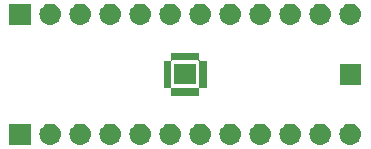
<source format=gts>
G04 #@! TF.GenerationSoftware,KiCad,Pcbnew,(5.1.4-6-g300381ba4)-1*
G04 #@! TF.CreationDate,2019-11-22T10:46:46+00:00*
G04 #@! TF.ProjectId,qfn-24-breakout,71666e2d-3234-42d6-9272-65616b6f7574,rev?*
G04 #@! TF.SameCoordinates,Original*
G04 #@! TF.FileFunction,Soldermask,Top*
G04 #@! TF.FilePolarity,Negative*
%FSLAX46Y46*%
G04 Gerber Fmt 4.6, Leading zero omitted, Abs format (unit mm)*
G04 Created by KiCad (PCBNEW (5.1.4-6-g300381ba4)-1) date 2019-11-22 10:46:46*
%MOMM*%
%LPD*%
G04 APERTURE LIST*
%ADD10C,0.100000*%
G04 APERTURE END LIST*
D10*
G36*
X178701000Y-79641000D02*
G01*
X176899000Y-79641000D01*
X176899000Y-77839000D01*
X178701000Y-77839000D01*
X178701000Y-79641000D01*
X178701000Y-79641000D01*
G37*
G36*
X180450443Y-77845519D02*
G01*
X180516627Y-77852037D01*
X180686466Y-77903557D01*
X180842991Y-77987222D01*
X180878729Y-78016552D01*
X180980186Y-78099814D01*
X181063448Y-78201271D01*
X181092778Y-78237009D01*
X181176443Y-78393534D01*
X181227963Y-78563373D01*
X181245359Y-78740000D01*
X181227963Y-78916627D01*
X181176443Y-79086466D01*
X181092778Y-79242991D01*
X181063448Y-79278729D01*
X180980186Y-79380186D01*
X180878729Y-79463448D01*
X180842991Y-79492778D01*
X180686466Y-79576443D01*
X180516627Y-79627963D01*
X180450442Y-79634482D01*
X180384260Y-79641000D01*
X180295740Y-79641000D01*
X180229558Y-79634482D01*
X180163373Y-79627963D01*
X179993534Y-79576443D01*
X179837009Y-79492778D01*
X179801271Y-79463448D01*
X179699814Y-79380186D01*
X179616552Y-79278729D01*
X179587222Y-79242991D01*
X179503557Y-79086466D01*
X179452037Y-78916627D01*
X179434641Y-78740000D01*
X179452037Y-78563373D01*
X179503557Y-78393534D01*
X179587222Y-78237009D01*
X179616552Y-78201271D01*
X179699814Y-78099814D01*
X179801271Y-78016552D01*
X179837009Y-77987222D01*
X179993534Y-77903557D01*
X180163373Y-77852037D01*
X180229557Y-77845519D01*
X180295740Y-77839000D01*
X180384260Y-77839000D01*
X180450443Y-77845519D01*
X180450443Y-77845519D01*
G37*
G36*
X182990443Y-77845519D02*
G01*
X183056627Y-77852037D01*
X183226466Y-77903557D01*
X183382991Y-77987222D01*
X183418729Y-78016552D01*
X183520186Y-78099814D01*
X183603448Y-78201271D01*
X183632778Y-78237009D01*
X183716443Y-78393534D01*
X183767963Y-78563373D01*
X183785359Y-78740000D01*
X183767963Y-78916627D01*
X183716443Y-79086466D01*
X183632778Y-79242991D01*
X183603448Y-79278729D01*
X183520186Y-79380186D01*
X183418729Y-79463448D01*
X183382991Y-79492778D01*
X183226466Y-79576443D01*
X183056627Y-79627963D01*
X182990442Y-79634482D01*
X182924260Y-79641000D01*
X182835740Y-79641000D01*
X182769558Y-79634482D01*
X182703373Y-79627963D01*
X182533534Y-79576443D01*
X182377009Y-79492778D01*
X182341271Y-79463448D01*
X182239814Y-79380186D01*
X182156552Y-79278729D01*
X182127222Y-79242991D01*
X182043557Y-79086466D01*
X181992037Y-78916627D01*
X181974641Y-78740000D01*
X181992037Y-78563373D01*
X182043557Y-78393534D01*
X182127222Y-78237009D01*
X182156552Y-78201271D01*
X182239814Y-78099814D01*
X182341271Y-78016552D01*
X182377009Y-77987222D01*
X182533534Y-77903557D01*
X182703373Y-77852037D01*
X182769557Y-77845519D01*
X182835740Y-77839000D01*
X182924260Y-77839000D01*
X182990443Y-77845519D01*
X182990443Y-77845519D01*
G37*
G36*
X185530443Y-77845519D02*
G01*
X185596627Y-77852037D01*
X185766466Y-77903557D01*
X185922991Y-77987222D01*
X185958729Y-78016552D01*
X186060186Y-78099814D01*
X186143448Y-78201271D01*
X186172778Y-78237009D01*
X186256443Y-78393534D01*
X186307963Y-78563373D01*
X186325359Y-78740000D01*
X186307963Y-78916627D01*
X186256443Y-79086466D01*
X186172778Y-79242991D01*
X186143448Y-79278729D01*
X186060186Y-79380186D01*
X185958729Y-79463448D01*
X185922991Y-79492778D01*
X185766466Y-79576443D01*
X185596627Y-79627963D01*
X185530442Y-79634482D01*
X185464260Y-79641000D01*
X185375740Y-79641000D01*
X185309558Y-79634482D01*
X185243373Y-79627963D01*
X185073534Y-79576443D01*
X184917009Y-79492778D01*
X184881271Y-79463448D01*
X184779814Y-79380186D01*
X184696552Y-79278729D01*
X184667222Y-79242991D01*
X184583557Y-79086466D01*
X184532037Y-78916627D01*
X184514641Y-78740000D01*
X184532037Y-78563373D01*
X184583557Y-78393534D01*
X184667222Y-78237009D01*
X184696552Y-78201271D01*
X184779814Y-78099814D01*
X184881271Y-78016552D01*
X184917009Y-77987222D01*
X185073534Y-77903557D01*
X185243373Y-77852037D01*
X185309557Y-77845519D01*
X185375740Y-77839000D01*
X185464260Y-77839000D01*
X185530443Y-77845519D01*
X185530443Y-77845519D01*
G37*
G36*
X188070443Y-77845519D02*
G01*
X188136627Y-77852037D01*
X188306466Y-77903557D01*
X188462991Y-77987222D01*
X188498729Y-78016552D01*
X188600186Y-78099814D01*
X188683448Y-78201271D01*
X188712778Y-78237009D01*
X188796443Y-78393534D01*
X188847963Y-78563373D01*
X188865359Y-78740000D01*
X188847963Y-78916627D01*
X188796443Y-79086466D01*
X188712778Y-79242991D01*
X188683448Y-79278729D01*
X188600186Y-79380186D01*
X188498729Y-79463448D01*
X188462991Y-79492778D01*
X188306466Y-79576443D01*
X188136627Y-79627963D01*
X188070442Y-79634482D01*
X188004260Y-79641000D01*
X187915740Y-79641000D01*
X187849558Y-79634482D01*
X187783373Y-79627963D01*
X187613534Y-79576443D01*
X187457009Y-79492778D01*
X187421271Y-79463448D01*
X187319814Y-79380186D01*
X187236552Y-79278729D01*
X187207222Y-79242991D01*
X187123557Y-79086466D01*
X187072037Y-78916627D01*
X187054641Y-78740000D01*
X187072037Y-78563373D01*
X187123557Y-78393534D01*
X187207222Y-78237009D01*
X187236552Y-78201271D01*
X187319814Y-78099814D01*
X187421271Y-78016552D01*
X187457009Y-77987222D01*
X187613534Y-77903557D01*
X187783373Y-77852037D01*
X187849557Y-77845519D01*
X187915740Y-77839000D01*
X188004260Y-77839000D01*
X188070443Y-77845519D01*
X188070443Y-77845519D01*
G37*
G36*
X190610443Y-77845519D02*
G01*
X190676627Y-77852037D01*
X190846466Y-77903557D01*
X191002991Y-77987222D01*
X191038729Y-78016552D01*
X191140186Y-78099814D01*
X191223448Y-78201271D01*
X191252778Y-78237009D01*
X191336443Y-78393534D01*
X191387963Y-78563373D01*
X191405359Y-78740000D01*
X191387963Y-78916627D01*
X191336443Y-79086466D01*
X191252778Y-79242991D01*
X191223448Y-79278729D01*
X191140186Y-79380186D01*
X191038729Y-79463448D01*
X191002991Y-79492778D01*
X190846466Y-79576443D01*
X190676627Y-79627963D01*
X190610442Y-79634482D01*
X190544260Y-79641000D01*
X190455740Y-79641000D01*
X190389558Y-79634482D01*
X190323373Y-79627963D01*
X190153534Y-79576443D01*
X189997009Y-79492778D01*
X189961271Y-79463448D01*
X189859814Y-79380186D01*
X189776552Y-79278729D01*
X189747222Y-79242991D01*
X189663557Y-79086466D01*
X189612037Y-78916627D01*
X189594641Y-78740000D01*
X189612037Y-78563373D01*
X189663557Y-78393534D01*
X189747222Y-78237009D01*
X189776552Y-78201271D01*
X189859814Y-78099814D01*
X189961271Y-78016552D01*
X189997009Y-77987222D01*
X190153534Y-77903557D01*
X190323373Y-77852037D01*
X190389557Y-77845519D01*
X190455740Y-77839000D01*
X190544260Y-77839000D01*
X190610443Y-77845519D01*
X190610443Y-77845519D01*
G37*
G36*
X193150443Y-77845519D02*
G01*
X193216627Y-77852037D01*
X193386466Y-77903557D01*
X193542991Y-77987222D01*
X193578729Y-78016552D01*
X193680186Y-78099814D01*
X193763448Y-78201271D01*
X193792778Y-78237009D01*
X193876443Y-78393534D01*
X193927963Y-78563373D01*
X193945359Y-78740000D01*
X193927963Y-78916627D01*
X193876443Y-79086466D01*
X193792778Y-79242991D01*
X193763448Y-79278729D01*
X193680186Y-79380186D01*
X193578729Y-79463448D01*
X193542991Y-79492778D01*
X193386466Y-79576443D01*
X193216627Y-79627963D01*
X193150442Y-79634482D01*
X193084260Y-79641000D01*
X192995740Y-79641000D01*
X192929558Y-79634482D01*
X192863373Y-79627963D01*
X192693534Y-79576443D01*
X192537009Y-79492778D01*
X192501271Y-79463448D01*
X192399814Y-79380186D01*
X192316552Y-79278729D01*
X192287222Y-79242991D01*
X192203557Y-79086466D01*
X192152037Y-78916627D01*
X192134641Y-78740000D01*
X192152037Y-78563373D01*
X192203557Y-78393534D01*
X192287222Y-78237009D01*
X192316552Y-78201271D01*
X192399814Y-78099814D01*
X192501271Y-78016552D01*
X192537009Y-77987222D01*
X192693534Y-77903557D01*
X192863373Y-77852037D01*
X192929557Y-77845519D01*
X192995740Y-77839000D01*
X193084260Y-77839000D01*
X193150443Y-77845519D01*
X193150443Y-77845519D01*
G37*
G36*
X195690443Y-77845519D02*
G01*
X195756627Y-77852037D01*
X195926466Y-77903557D01*
X196082991Y-77987222D01*
X196118729Y-78016552D01*
X196220186Y-78099814D01*
X196303448Y-78201271D01*
X196332778Y-78237009D01*
X196416443Y-78393534D01*
X196467963Y-78563373D01*
X196485359Y-78740000D01*
X196467963Y-78916627D01*
X196416443Y-79086466D01*
X196332778Y-79242991D01*
X196303448Y-79278729D01*
X196220186Y-79380186D01*
X196118729Y-79463448D01*
X196082991Y-79492778D01*
X195926466Y-79576443D01*
X195756627Y-79627963D01*
X195690442Y-79634482D01*
X195624260Y-79641000D01*
X195535740Y-79641000D01*
X195469558Y-79634482D01*
X195403373Y-79627963D01*
X195233534Y-79576443D01*
X195077009Y-79492778D01*
X195041271Y-79463448D01*
X194939814Y-79380186D01*
X194856552Y-79278729D01*
X194827222Y-79242991D01*
X194743557Y-79086466D01*
X194692037Y-78916627D01*
X194674641Y-78740000D01*
X194692037Y-78563373D01*
X194743557Y-78393534D01*
X194827222Y-78237009D01*
X194856552Y-78201271D01*
X194939814Y-78099814D01*
X195041271Y-78016552D01*
X195077009Y-77987222D01*
X195233534Y-77903557D01*
X195403373Y-77852037D01*
X195469557Y-77845519D01*
X195535740Y-77839000D01*
X195624260Y-77839000D01*
X195690443Y-77845519D01*
X195690443Y-77845519D01*
G37*
G36*
X198230443Y-77845519D02*
G01*
X198296627Y-77852037D01*
X198466466Y-77903557D01*
X198622991Y-77987222D01*
X198658729Y-78016552D01*
X198760186Y-78099814D01*
X198843448Y-78201271D01*
X198872778Y-78237009D01*
X198956443Y-78393534D01*
X199007963Y-78563373D01*
X199025359Y-78740000D01*
X199007963Y-78916627D01*
X198956443Y-79086466D01*
X198872778Y-79242991D01*
X198843448Y-79278729D01*
X198760186Y-79380186D01*
X198658729Y-79463448D01*
X198622991Y-79492778D01*
X198466466Y-79576443D01*
X198296627Y-79627963D01*
X198230442Y-79634482D01*
X198164260Y-79641000D01*
X198075740Y-79641000D01*
X198009558Y-79634482D01*
X197943373Y-79627963D01*
X197773534Y-79576443D01*
X197617009Y-79492778D01*
X197581271Y-79463448D01*
X197479814Y-79380186D01*
X197396552Y-79278729D01*
X197367222Y-79242991D01*
X197283557Y-79086466D01*
X197232037Y-78916627D01*
X197214641Y-78740000D01*
X197232037Y-78563373D01*
X197283557Y-78393534D01*
X197367222Y-78237009D01*
X197396552Y-78201271D01*
X197479814Y-78099814D01*
X197581271Y-78016552D01*
X197617009Y-77987222D01*
X197773534Y-77903557D01*
X197943373Y-77852037D01*
X198009557Y-77845519D01*
X198075740Y-77839000D01*
X198164260Y-77839000D01*
X198230443Y-77845519D01*
X198230443Y-77845519D01*
G37*
G36*
X200770443Y-77845519D02*
G01*
X200836627Y-77852037D01*
X201006466Y-77903557D01*
X201162991Y-77987222D01*
X201198729Y-78016552D01*
X201300186Y-78099814D01*
X201383448Y-78201271D01*
X201412778Y-78237009D01*
X201496443Y-78393534D01*
X201547963Y-78563373D01*
X201565359Y-78740000D01*
X201547963Y-78916627D01*
X201496443Y-79086466D01*
X201412778Y-79242991D01*
X201383448Y-79278729D01*
X201300186Y-79380186D01*
X201198729Y-79463448D01*
X201162991Y-79492778D01*
X201006466Y-79576443D01*
X200836627Y-79627963D01*
X200770442Y-79634482D01*
X200704260Y-79641000D01*
X200615740Y-79641000D01*
X200549558Y-79634482D01*
X200483373Y-79627963D01*
X200313534Y-79576443D01*
X200157009Y-79492778D01*
X200121271Y-79463448D01*
X200019814Y-79380186D01*
X199936552Y-79278729D01*
X199907222Y-79242991D01*
X199823557Y-79086466D01*
X199772037Y-78916627D01*
X199754641Y-78740000D01*
X199772037Y-78563373D01*
X199823557Y-78393534D01*
X199907222Y-78237009D01*
X199936552Y-78201271D01*
X200019814Y-78099814D01*
X200121271Y-78016552D01*
X200157009Y-77987222D01*
X200313534Y-77903557D01*
X200483373Y-77852037D01*
X200549557Y-77845519D01*
X200615740Y-77839000D01*
X200704260Y-77839000D01*
X200770443Y-77845519D01*
X200770443Y-77845519D01*
G37*
G36*
X205850443Y-77845519D02*
G01*
X205916627Y-77852037D01*
X206086466Y-77903557D01*
X206242991Y-77987222D01*
X206278729Y-78016552D01*
X206380186Y-78099814D01*
X206463448Y-78201271D01*
X206492778Y-78237009D01*
X206576443Y-78393534D01*
X206627963Y-78563373D01*
X206645359Y-78740000D01*
X206627963Y-78916627D01*
X206576443Y-79086466D01*
X206492778Y-79242991D01*
X206463448Y-79278729D01*
X206380186Y-79380186D01*
X206278729Y-79463448D01*
X206242991Y-79492778D01*
X206086466Y-79576443D01*
X205916627Y-79627963D01*
X205850442Y-79634482D01*
X205784260Y-79641000D01*
X205695740Y-79641000D01*
X205629558Y-79634482D01*
X205563373Y-79627963D01*
X205393534Y-79576443D01*
X205237009Y-79492778D01*
X205201271Y-79463448D01*
X205099814Y-79380186D01*
X205016552Y-79278729D01*
X204987222Y-79242991D01*
X204903557Y-79086466D01*
X204852037Y-78916627D01*
X204834641Y-78740000D01*
X204852037Y-78563373D01*
X204903557Y-78393534D01*
X204987222Y-78237009D01*
X205016552Y-78201271D01*
X205099814Y-78099814D01*
X205201271Y-78016552D01*
X205237009Y-77987222D01*
X205393534Y-77903557D01*
X205563373Y-77852037D01*
X205629557Y-77845519D01*
X205695740Y-77839000D01*
X205784260Y-77839000D01*
X205850443Y-77845519D01*
X205850443Y-77845519D01*
G37*
G36*
X203310443Y-77845519D02*
G01*
X203376627Y-77852037D01*
X203546466Y-77903557D01*
X203702991Y-77987222D01*
X203738729Y-78016552D01*
X203840186Y-78099814D01*
X203923448Y-78201271D01*
X203952778Y-78237009D01*
X204036443Y-78393534D01*
X204087963Y-78563373D01*
X204105359Y-78740000D01*
X204087963Y-78916627D01*
X204036443Y-79086466D01*
X203952778Y-79242991D01*
X203923448Y-79278729D01*
X203840186Y-79380186D01*
X203738729Y-79463448D01*
X203702991Y-79492778D01*
X203546466Y-79576443D01*
X203376627Y-79627963D01*
X203310442Y-79634482D01*
X203244260Y-79641000D01*
X203155740Y-79641000D01*
X203089558Y-79634482D01*
X203023373Y-79627963D01*
X202853534Y-79576443D01*
X202697009Y-79492778D01*
X202661271Y-79463448D01*
X202559814Y-79380186D01*
X202476552Y-79278729D01*
X202447222Y-79242991D01*
X202363557Y-79086466D01*
X202312037Y-78916627D01*
X202294641Y-78740000D01*
X202312037Y-78563373D01*
X202363557Y-78393534D01*
X202447222Y-78237009D01*
X202476552Y-78201271D01*
X202559814Y-78099814D01*
X202661271Y-78016552D01*
X202697009Y-77987222D01*
X202853534Y-77903557D01*
X203023373Y-77852037D01*
X203089557Y-77845519D01*
X203155740Y-77839000D01*
X203244260Y-77839000D01*
X203310443Y-77845519D01*
X203310443Y-77845519D01*
G37*
G36*
X192921000Y-72384001D02*
G01*
X192923402Y-72408387D01*
X192930515Y-72431836D01*
X192942066Y-72453447D01*
X192957611Y-72472389D01*
X192976553Y-72487934D01*
X192998164Y-72499485D01*
X193021613Y-72506598D01*
X193045999Y-72509000D01*
X193596000Y-72509000D01*
X193596000Y-74811000D01*
X193045999Y-74811000D01*
X193021613Y-74813402D01*
X192998164Y-74820515D01*
X192976553Y-74832066D01*
X192957611Y-74847611D01*
X192942066Y-74866553D01*
X192930515Y-74888164D01*
X192923402Y-74911613D01*
X192921000Y-74935999D01*
X192921000Y-75486000D01*
X190619000Y-75486000D01*
X190619000Y-74935999D01*
X190616598Y-74911613D01*
X190609485Y-74888164D01*
X190597934Y-74866553D01*
X190582389Y-74847611D01*
X190563447Y-74832066D01*
X190541836Y-74820515D01*
X190518387Y-74813402D01*
X190494001Y-74811000D01*
X189944000Y-74811000D01*
X189944000Y-72610999D01*
X190596000Y-72610999D01*
X190596000Y-74709001D01*
X190598402Y-74733387D01*
X190605515Y-74756836D01*
X190617066Y-74778447D01*
X190632611Y-74797389D01*
X190651553Y-74812934D01*
X190673164Y-74824485D01*
X190696613Y-74831598D01*
X190720999Y-74834000D01*
X192819001Y-74834000D01*
X192843387Y-74831598D01*
X192866836Y-74824485D01*
X192888447Y-74812934D01*
X192907389Y-74797389D01*
X192922934Y-74778447D01*
X192934485Y-74756836D01*
X192941598Y-74733387D01*
X192944000Y-74709001D01*
X192944000Y-72610999D01*
X192941598Y-72586613D01*
X192934485Y-72563164D01*
X192922934Y-72541553D01*
X192907389Y-72522611D01*
X192888447Y-72507066D01*
X192866836Y-72495515D01*
X192843387Y-72488402D01*
X192819001Y-72486000D01*
X190720999Y-72486000D01*
X190696613Y-72488402D01*
X190673164Y-72495515D01*
X190651553Y-72507066D01*
X190632611Y-72522611D01*
X190617066Y-72541553D01*
X190605515Y-72563164D01*
X190598402Y-72586613D01*
X190596000Y-72610999D01*
X189944000Y-72610999D01*
X189944000Y-72509000D01*
X190494001Y-72509000D01*
X190518387Y-72506598D01*
X190541836Y-72499485D01*
X190563447Y-72487934D01*
X190582389Y-72472389D01*
X190597934Y-72453447D01*
X190609485Y-72431836D01*
X190616598Y-72408387D01*
X190619000Y-72384001D01*
X190619000Y-71834000D01*
X192921000Y-71834000D01*
X192921000Y-72384001D01*
X192921000Y-72384001D01*
G37*
G36*
X192693500Y-74511000D02*
G01*
X190846500Y-74511000D01*
X190846500Y-72809000D01*
X192693500Y-72809000D01*
X192693500Y-74511000D01*
X192693500Y-74511000D01*
G37*
G36*
X206701000Y-74561000D02*
G01*
X204899000Y-74561000D01*
X204899000Y-72759000D01*
X206701000Y-72759000D01*
X206701000Y-74561000D01*
X206701000Y-74561000D01*
G37*
G36*
X190610443Y-67685519D02*
G01*
X190676627Y-67692037D01*
X190846466Y-67743557D01*
X191002991Y-67827222D01*
X191038729Y-67856552D01*
X191140186Y-67939814D01*
X191223448Y-68041271D01*
X191252778Y-68077009D01*
X191336443Y-68233534D01*
X191387963Y-68403373D01*
X191405359Y-68580000D01*
X191387963Y-68756627D01*
X191336443Y-68926466D01*
X191252778Y-69082991D01*
X191223448Y-69118729D01*
X191140186Y-69220186D01*
X191038729Y-69303448D01*
X191002991Y-69332778D01*
X190846466Y-69416443D01*
X190676627Y-69467963D01*
X190610442Y-69474482D01*
X190544260Y-69481000D01*
X190455740Y-69481000D01*
X190389558Y-69474482D01*
X190323373Y-69467963D01*
X190153534Y-69416443D01*
X189997009Y-69332778D01*
X189961271Y-69303448D01*
X189859814Y-69220186D01*
X189776552Y-69118729D01*
X189747222Y-69082991D01*
X189663557Y-68926466D01*
X189612037Y-68756627D01*
X189594641Y-68580000D01*
X189612037Y-68403373D01*
X189663557Y-68233534D01*
X189747222Y-68077009D01*
X189776552Y-68041271D01*
X189859814Y-67939814D01*
X189961271Y-67856552D01*
X189997009Y-67827222D01*
X190153534Y-67743557D01*
X190323373Y-67692037D01*
X190389557Y-67685519D01*
X190455740Y-67679000D01*
X190544260Y-67679000D01*
X190610443Y-67685519D01*
X190610443Y-67685519D01*
G37*
G36*
X185530443Y-67685519D02*
G01*
X185596627Y-67692037D01*
X185766466Y-67743557D01*
X185922991Y-67827222D01*
X185958729Y-67856552D01*
X186060186Y-67939814D01*
X186143448Y-68041271D01*
X186172778Y-68077009D01*
X186256443Y-68233534D01*
X186307963Y-68403373D01*
X186325359Y-68580000D01*
X186307963Y-68756627D01*
X186256443Y-68926466D01*
X186172778Y-69082991D01*
X186143448Y-69118729D01*
X186060186Y-69220186D01*
X185958729Y-69303448D01*
X185922991Y-69332778D01*
X185766466Y-69416443D01*
X185596627Y-69467963D01*
X185530442Y-69474482D01*
X185464260Y-69481000D01*
X185375740Y-69481000D01*
X185309558Y-69474482D01*
X185243373Y-69467963D01*
X185073534Y-69416443D01*
X184917009Y-69332778D01*
X184881271Y-69303448D01*
X184779814Y-69220186D01*
X184696552Y-69118729D01*
X184667222Y-69082991D01*
X184583557Y-68926466D01*
X184532037Y-68756627D01*
X184514641Y-68580000D01*
X184532037Y-68403373D01*
X184583557Y-68233534D01*
X184667222Y-68077009D01*
X184696552Y-68041271D01*
X184779814Y-67939814D01*
X184881271Y-67856552D01*
X184917009Y-67827222D01*
X185073534Y-67743557D01*
X185243373Y-67692037D01*
X185309557Y-67685519D01*
X185375740Y-67679000D01*
X185464260Y-67679000D01*
X185530443Y-67685519D01*
X185530443Y-67685519D01*
G37*
G36*
X193150443Y-67685519D02*
G01*
X193216627Y-67692037D01*
X193386466Y-67743557D01*
X193542991Y-67827222D01*
X193578729Y-67856552D01*
X193680186Y-67939814D01*
X193763448Y-68041271D01*
X193792778Y-68077009D01*
X193876443Y-68233534D01*
X193927963Y-68403373D01*
X193945359Y-68580000D01*
X193927963Y-68756627D01*
X193876443Y-68926466D01*
X193792778Y-69082991D01*
X193763448Y-69118729D01*
X193680186Y-69220186D01*
X193578729Y-69303448D01*
X193542991Y-69332778D01*
X193386466Y-69416443D01*
X193216627Y-69467963D01*
X193150442Y-69474482D01*
X193084260Y-69481000D01*
X192995740Y-69481000D01*
X192929558Y-69474482D01*
X192863373Y-69467963D01*
X192693534Y-69416443D01*
X192537009Y-69332778D01*
X192501271Y-69303448D01*
X192399814Y-69220186D01*
X192316552Y-69118729D01*
X192287222Y-69082991D01*
X192203557Y-68926466D01*
X192152037Y-68756627D01*
X192134641Y-68580000D01*
X192152037Y-68403373D01*
X192203557Y-68233534D01*
X192287222Y-68077009D01*
X192316552Y-68041271D01*
X192399814Y-67939814D01*
X192501271Y-67856552D01*
X192537009Y-67827222D01*
X192693534Y-67743557D01*
X192863373Y-67692037D01*
X192929557Y-67685519D01*
X192995740Y-67679000D01*
X193084260Y-67679000D01*
X193150443Y-67685519D01*
X193150443Y-67685519D01*
G37*
G36*
X195690443Y-67685519D02*
G01*
X195756627Y-67692037D01*
X195926466Y-67743557D01*
X196082991Y-67827222D01*
X196118729Y-67856552D01*
X196220186Y-67939814D01*
X196303448Y-68041271D01*
X196332778Y-68077009D01*
X196416443Y-68233534D01*
X196467963Y-68403373D01*
X196485359Y-68580000D01*
X196467963Y-68756627D01*
X196416443Y-68926466D01*
X196332778Y-69082991D01*
X196303448Y-69118729D01*
X196220186Y-69220186D01*
X196118729Y-69303448D01*
X196082991Y-69332778D01*
X195926466Y-69416443D01*
X195756627Y-69467963D01*
X195690442Y-69474482D01*
X195624260Y-69481000D01*
X195535740Y-69481000D01*
X195469558Y-69474482D01*
X195403373Y-69467963D01*
X195233534Y-69416443D01*
X195077009Y-69332778D01*
X195041271Y-69303448D01*
X194939814Y-69220186D01*
X194856552Y-69118729D01*
X194827222Y-69082991D01*
X194743557Y-68926466D01*
X194692037Y-68756627D01*
X194674641Y-68580000D01*
X194692037Y-68403373D01*
X194743557Y-68233534D01*
X194827222Y-68077009D01*
X194856552Y-68041271D01*
X194939814Y-67939814D01*
X195041271Y-67856552D01*
X195077009Y-67827222D01*
X195233534Y-67743557D01*
X195403373Y-67692037D01*
X195469557Y-67685519D01*
X195535740Y-67679000D01*
X195624260Y-67679000D01*
X195690443Y-67685519D01*
X195690443Y-67685519D01*
G37*
G36*
X198230443Y-67685519D02*
G01*
X198296627Y-67692037D01*
X198466466Y-67743557D01*
X198622991Y-67827222D01*
X198658729Y-67856552D01*
X198760186Y-67939814D01*
X198843448Y-68041271D01*
X198872778Y-68077009D01*
X198956443Y-68233534D01*
X199007963Y-68403373D01*
X199025359Y-68580000D01*
X199007963Y-68756627D01*
X198956443Y-68926466D01*
X198872778Y-69082991D01*
X198843448Y-69118729D01*
X198760186Y-69220186D01*
X198658729Y-69303448D01*
X198622991Y-69332778D01*
X198466466Y-69416443D01*
X198296627Y-69467963D01*
X198230442Y-69474482D01*
X198164260Y-69481000D01*
X198075740Y-69481000D01*
X198009558Y-69474482D01*
X197943373Y-69467963D01*
X197773534Y-69416443D01*
X197617009Y-69332778D01*
X197581271Y-69303448D01*
X197479814Y-69220186D01*
X197396552Y-69118729D01*
X197367222Y-69082991D01*
X197283557Y-68926466D01*
X197232037Y-68756627D01*
X197214641Y-68580000D01*
X197232037Y-68403373D01*
X197283557Y-68233534D01*
X197367222Y-68077009D01*
X197396552Y-68041271D01*
X197479814Y-67939814D01*
X197581271Y-67856552D01*
X197617009Y-67827222D01*
X197773534Y-67743557D01*
X197943373Y-67692037D01*
X198009557Y-67685519D01*
X198075740Y-67679000D01*
X198164260Y-67679000D01*
X198230443Y-67685519D01*
X198230443Y-67685519D01*
G37*
G36*
X200770443Y-67685519D02*
G01*
X200836627Y-67692037D01*
X201006466Y-67743557D01*
X201162991Y-67827222D01*
X201198729Y-67856552D01*
X201300186Y-67939814D01*
X201383448Y-68041271D01*
X201412778Y-68077009D01*
X201496443Y-68233534D01*
X201547963Y-68403373D01*
X201565359Y-68580000D01*
X201547963Y-68756627D01*
X201496443Y-68926466D01*
X201412778Y-69082991D01*
X201383448Y-69118729D01*
X201300186Y-69220186D01*
X201198729Y-69303448D01*
X201162991Y-69332778D01*
X201006466Y-69416443D01*
X200836627Y-69467963D01*
X200770442Y-69474482D01*
X200704260Y-69481000D01*
X200615740Y-69481000D01*
X200549558Y-69474482D01*
X200483373Y-69467963D01*
X200313534Y-69416443D01*
X200157009Y-69332778D01*
X200121271Y-69303448D01*
X200019814Y-69220186D01*
X199936552Y-69118729D01*
X199907222Y-69082991D01*
X199823557Y-68926466D01*
X199772037Y-68756627D01*
X199754641Y-68580000D01*
X199772037Y-68403373D01*
X199823557Y-68233534D01*
X199907222Y-68077009D01*
X199936552Y-68041271D01*
X200019814Y-67939814D01*
X200121271Y-67856552D01*
X200157009Y-67827222D01*
X200313534Y-67743557D01*
X200483373Y-67692037D01*
X200549557Y-67685519D01*
X200615740Y-67679000D01*
X200704260Y-67679000D01*
X200770443Y-67685519D01*
X200770443Y-67685519D01*
G37*
G36*
X203310443Y-67685519D02*
G01*
X203376627Y-67692037D01*
X203546466Y-67743557D01*
X203702991Y-67827222D01*
X203738729Y-67856552D01*
X203840186Y-67939814D01*
X203923448Y-68041271D01*
X203952778Y-68077009D01*
X204036443Y-68233534D01*
X204087963Y-68403373D01*
X204105359Y-68580000D01*
X204087963Y-68756627D01*
X204036443Y-68926466D01*
X203952778Y-69082991D01*
X203923448Y-69118729D01*
X203840186Y-69220186D01*
X203738729Y-69303448D01*
X203702991Y-69332778D01*
X203546466Y-69416443D01*
X203376627Y-69467963D01*
X203310442Y-69474482D01*
X203244260Y-69481000D01*
X203155740Y-69481000D01*
X203089558Y-69474482D01*
X203023373Y-69467963D01*
X202853534Y-69416443D01*
X202697009Y-69332778D01*
X202661271Y-69303448D01*
X202559814Y-69220186D01*
X202476552Y-69118729D01*
X202447222Y-69082991D01*
X202363557Y-68926466D01*
X202312037Y-68756627D01*
X202294641Y-68580000D01*
X202312037Y-68403373D01*
X202363557Y-68233534D01*
X202447222Y-68077009D01*
X202476552Y-68041271D01*
X202559814Y-67939814D01*
X202661271Y-67856552D01*
X202697009Y-67827222D01*
X202853534Y-67743557D01*
X203023373Y-67692037D01*
X203089557Y-67685519D01*
X203155740Y-67679000D01*
X203244260Y-67679000D01*
X203310443Y-67685519D01*
X203310443Y-67685519D01*
G37*
G36*
X205850443Y-67685519D02*
G01*
X205916627Y-67692037D01*
X206086466Y-67743557D01*
X206242991Y-67827222D01*
X206278729Y-67856552D01*
X206380186Y-67939814D01*
X206463448Y-68041271D01*
X206492778Y-68077009D01*
X206576443Y-68233534D01*
X206627963Y-68403373D01*
X206645359Y-68580000D01*
X206627963Y-68756627D01*
X206576443Y-68926466D01*
X206492778Y-69082991D01*
X206463448Y-69118729D01*
X206380186Y-69220186D01*
X206278729Y-69303448D01*
X206242991Y-69332778D01*
X206086466Y-69416443D01*
X205916627Y-69467963D01*
X205850442Y-69474482D01*
X205784260Y-69481000D01*
X205695740Y-69481000D01*
X205629558Y-69474482D01*
X205563373Y-69467963D01*
X205393534Y-69416443D01*
X205237009Y-69332778D01*
X205201271Y-69303448D01*
X205099814Y-69220186D01*
X205016552Y-69118729D01*
X204987222Y-69082991D01*
X204903557Y-68926466D01*
X204852037Y-68756627D01*
X204834641Y-68580000D01*
X204852037Y-68403373D01*
X204903557Y-68233534D01*
X204987222Y-68077009D01*
X205016552Y-68041271D01*
X205099814Y-67939814D01*
X205201271Y-67856552D01*
X205237009Y-67827222D01*
X205393534Y-67743557D01*
X205563373Y-67692037D01*
X205629557Y-67685519D01*
X205695740Y-67679000D01*
X205784260Y-67679000D01*
X205850443Y-67685519D01*
X205850443Y-67685519D01*
G37*
G36*
X188070443Y-67685519D02*
G01*
X188136627Y-67692037D01*
X188306466Y-67743557D01*
X188462991Y-67827222D01*
X188498729Y-67856552D01*
X188600186Y-67939814D01*
X188683448Y-68041271D01*
X188712778Y-68077009D01*
X188796443Y-68233534D01*
X188847963Y-68403373D01*
X188865359Y-68580000D01*
X188847963Y-68756627D01*
X188796443Y-68926466D01*
X188712778Y-69082991D01*
X188683448Y-69118729D01*
X188600186Y-69220186D01*
X188498729Y-69303448D01*
X188462991Y-69332778D01*
X188306466Y-69416443D01*
X188136627Y-69467963D01*
X188070442Y-69474482D01*
X188004260Y-69481000D01*
X187915740Y-69481000D01*
X187849558Y-69474482D01*
X187783373Y-69467963D01*
X187613534Y-69416443D01*
X187457009Y-69332778D01*
X187421271Y-69303448D01*
X187319814Y-69220186D01*
X187236552Y-69118729D01*
X187207222Y-69082991D01*
X187123557Y-68926466D01*
X187072037Y-68756627D01*
X187054641Y-68580000D01*
X187072037Y-68403373D01*
X187123557Y-68233534D01*
X187207222Y-68077009D01*
X187236552Y-68041271D01*
X187319814Y-67939814D01*
X187421271Y-67856552D01*
X187457009Y-67827222D01*
X187613534Y-67743557D01*
X187783373Y-67692037D01*
X187849557Y-67685519D01*
X187915740Y-67679000D01*
X188004260Y-67679000D01*
X188070443Y-67685519D01*
X188070443Y-67685519D01*
G37*
G36*
X182990443Y-67685519D02*
G01*
X183056627Y-67692037D01*
X183226466Y-67743557D01*
X183382991Y-67827222D01*
X183418729Y-67856552D01*
X183520186Y-67939814D01*
X183603448Y-68041271D01*
X183632778Y-68077009D01*
X183716443Y-68233534D01*
X183767963Y-68403373D01*
X183785359Y-68580000D01*
X183767963Y-68756627D01*
X183716443Y-68926466D01*
X183632778Y-69082991D01*
X183603448Y-69118729D01*
X183520186Y-69220186D01*
X183418729Y-69303448D01*
X183382991Y-69332778D01*
X183226466Y-69416443D01*
X183056627Y-69467963D01*
X182990442Y-69474482D01*
X182924260Y-69481000D01*
X182835740Y-69481000D01*
X182769558Y-69474482D01*
X182703373Y-69467963D01*
X182533534Y-69416443D01*
X182377009Y-69332778D01*
X182341271Y-69303448D01*
X182239814Y-69220186D01*
X182156552Y-69118729D01*
X182127222Y-69082991D01*
X182043557Y-68926466D01*
X181992037Y-68756627D01*
X181974641Y-68580000D01*
X181992037Y-68403373D01*
X182043557Y-68233534D01*
X182127222Y-68077009D01*
X182156552Y-68041271D01*
X182239814Y-67939814D01*
X182341271Y-67856552D01*
X182377009Y-67827222D01*
X182533534Y-67743557D01*
X182703373Y-67692037D01*
X182769557Y-67685519D01*
X182835740Y-67679000D01*
X182924260Y-67679000D01*
X182990443Y-67685519D01*
X182990443Y-67685519D01*
G37*
G36*
X180450443Y-67685519D02*
G01*
X180516627Y-67692037D01*
X180686466Y-67743557D01*
X180842991Y-67827222D01*
X180878729Y-67856552D01*
X180980186Y-67939814D01*
X181063448Y-68041271D01*
X181092778Y-68077009D01*
X181176443Y-68233534D01*
X181227963Y-68403373D01*
X181245359Y-68580000D01*
X181227963Y-68756627D01*
X181176443Y-68926466D01*
X181092778Y-69082991D01*
X181063448Y-69118729D01*
X180980186Y-69220186D01*
X180878729Y-69303448D01*
X180842991Y-69332778D01*
X180686466Y-69416443D01*
X180516627Y-69467963D01*
X180450442Y-69474482D01*
X180384260Y-69481000D01*
X180295740Y-69481000D01*
X180229558Y-69474482D01*
X180163373Y-69467963D01*
X179993534Y-69416443D01*
X179837009Y-69332778D01*
X179801271Y-69303448D01*
X179699814Y-69220186D01*
X179616552Y-69118729D01*
X179587222Y-69082991D01*
X179503557Y-68926466D01*
X179452037Y-68756627D01*
X179434641Y-68580000D01*
X179452037Y-68403373D01*
X179503557Y-68233534D01*
X179587222Y-68077009D01*
X179616552Y-68041271D01*
X179699814Y-67939814D01*
X179801271Y-67856552D01*
X179837009Y-67827222D01*
X179993534Y-67743557D01*
X180163373Y-67692037D01*
X180229557Y-67685519D01*
X180295740Y-67679000D01*
X180384260Y-67679000D01*
X180450443Y-67685519D01*
X180450443Y-67685519D01*
G37*
G36*
X178701000Y-69481000D02*
G01*
X176899000Y-69481000D01*
X176899000Y-67679000D01*
X178701000Y-67679000D01*
X178701000Y-69481000D01*
X178701000Y-69481000D01*
G37*
M02*

</source>
